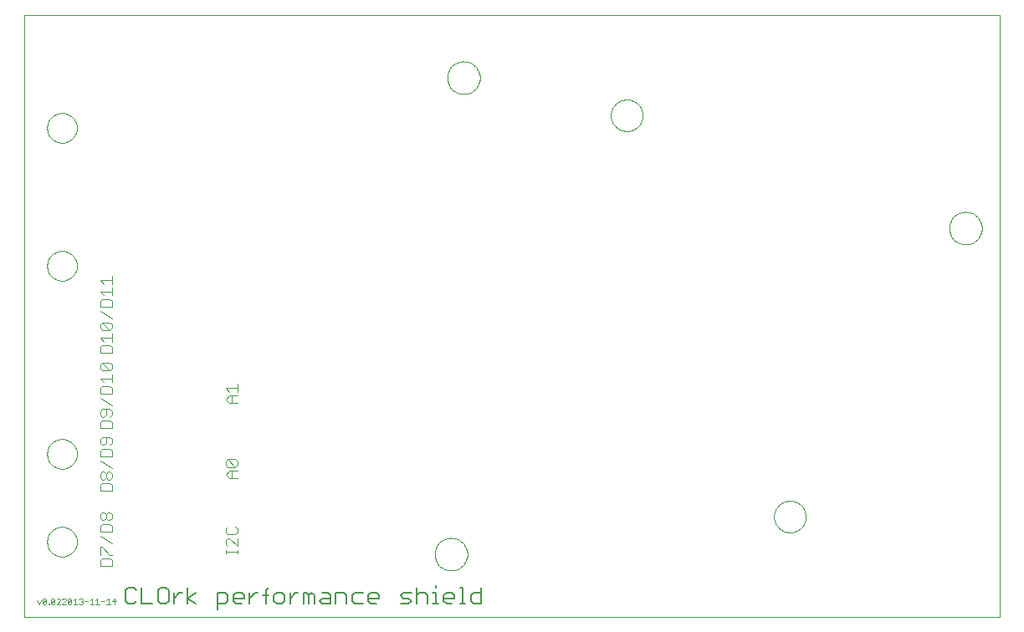
<source format=gto>
G75*
%MOIN*%
%OFA0B0*%
%FSLAX24Y24*%
%IPPOS*%
%LPD*%
%AMOC8*
5,1,8,0,0,1.08239X$1,22.5*
%
%ADD10C,0.0000*%
%ADD11C,0.0060*%
%ADD12C,0.0020*%
%ADD13C,0.0040*%
D10*
X000180Y000180D02*
X000180Y024176D01*
X039050Y024176D01*
X039050Y000180D01*
X000180Y000180D01*
X001089Y003180D02*
X001091Y003228D01*
X001097Y003276D01*
X001107Y003323D01*
X001120Y003369D01*
X001138Y003414D01*
X001158Y003458D01*
X001183Y003500D01*
X001211Y003539D01*
X001241Y003576D01*
X001275Y003610D01*
X001312Y003642D01*
X001350Y003671D01*
X001391Y003696D01*
X001434Y003718D01*
X001479Y003736D01*
X001525Y003750D01*
X001572Y003761D01*
X001620Y003768D01*
X001668Y003771D01*
X001716Y003770D01*
X001764Y003765D01*
X001812Y003756D01*
X001858Y003744D01*
X001903Y003727D01*
X001947Y003707D01*
X001989Y003684D01*
X002029Y003657D01*
X002067Y003627D01*
X002102Y003594D01*
X002134Y003558D01*
X002164Y003520D01*
X002190Y003479D01*
X002212Y003436D01*
X002232Y003392D01*
X002247Y003347D01*
X002259Y003300D01*
X002267Y003252D01*
X002271Y003204D01*
X002271Y003156D01*
X002267Y003108D01*
X002259Y003060D01*
X002247Y003013D01*
X002232Y002968D01*
X002212Y002924D01*
X002190Y002881D01*
X002164Y002840D01*
X002134Y002802D01*
X002102Y002766D01*
X002067Y002733D01*
X002029Y002703D01*
X001989Y002676D01*
X001947Y002653D01*
X001903Y002633D01*
X001858Y002616D01*
X001812Y002604D01*
X001764Y002595D01*
X001716Y002590D01*
X001668Y002589D01*
X001620Y002592D01*
X001572Y002599D01*
X001525Y002610D01*
X001479Y002624D01*
X001434Y002642D01*
X001391Y002664D01*
X001350Y002689D01*
X001312Y002718D01*
X001275Y002750D01*
X001241Y002784D01*
X001211Y002821D01*
X001183Y002860D01*
X001158Y002902D01*
X001138Y002946D01*
X001120Y002991D01*
X001107Y003037D01*
X001097Y003084D01*
X001091Y003132D01*
X001089Y003180D01*
X001089Y006680D02*
X001091Y006728D01*
X001097Y006776D01*
X001107Y006823D01*
X001120Y006869D01*
X001138Y006914D01*
X001158Y006958D01*
X001183Y007000D01*
X001211Y007039D01*
X001241Y007076D01*
X001275Y007110D01*
X001312Y007142D01*
X001350Y007171D01*
X001391Y007196D01*
X001434Y007218D01*
X001479Y007236D01*
X001525Y007250D01*
X001572Y007261D01*
X001620Y007268D01*
X001668Y007271D01*
X001716Y007270D01*
X001764Y007265D01*
X001812Y007256D01*
X001858Y007244D01*
X001903Y007227D01*
X001947Y007207D01*
X001989Y007184D01*
X002029Y007157D01*
X002067Y007127D01*
X002102Y007094D01*
X002134Y007058D01*
X002164Y007020D01*
X002190Y006979D01*
X002212Y006936D01*
X002232Y006892D01*
X002247Y006847D01*
X002259Y006800D01*
X002267Y006752D01*
X002271Y006704D01*
X002271Y006656D01*
X002267Y006608D01*
X002259Y006560D01*
X002247Y006513D01*
X002232Y006468D01*
X002212Y006424D01*
X002190Y006381D01*
X002164Y006340D01*
X002134Y006302D01*
X002102Y006266D01*
X002067Y006233D01*
X002029Y006203D01*
X001989Y006176D01*
X001947Y006153D01*
X001903Y006133D01*
X001858Y006116D01*
X001812Y006104D01*
X001764Y006095D01*
X001716Y006090D01*
X001668Y006089D01*
X001620Y006092D01*
X001572Y006099D01*
X001525Y006110D01*
X001479Y006124D01*
X001434Y006142D01*
X001391Y006164D01*
X001350Y006189D01*
X001312Y006218D01*
X001275Y006250D01*
X001241Y006284D01*
X001211Y006321D01*
X001183Y006360D01*
X001158Y006402D01*
X001138Y006446D01*
X001120Y006491D01*
X001107Y006537D01*
X001097Y006584D01*
X001091Y006632D01*
X001089Y006680D01*
X001089Y014180D02*
X001091Y014228D01*
X001097Y014276D01*
X001107Y014323D01*
X001120Y014369D01*
X001138Y014414D01*
X001158Y014458D01*
X001183Y014500D01*
X001211Y014539D01*
X001241Y014576D01*
X001275Y014610D01*
X001312Y014642D01*
X001350Y014671D01*
X001391Y014696D01*
X001434Y014718D01*
X001479Y014736D01*
X001525Y014750D01*
X001572Y014761D01*
X001620Y014768D01*
X001668Y014771D01*
X001716Y014770D01*
X001764Y014765D01*
X001812Y014756D01*
X001858Y014744D01*
X001903Y014727D01*
X001947Y014707D01*
X001989Y014684D01*
X002029Y014657D01*
X002067Y014627D01*
X002102Y014594D01*
X002134Y014558D01*
X002164Y014520D01*
X002190Y014479D01*
X002212Y014436D01*
X002232Y014392D01*
X002247Y014347D01*
X002259Y014300D01*
X002267Y014252D01*
X002271Y014204D01*
X002271Y014156D01*
X002267Y014108D01*
X002259Y014060D01*
X002247Y014013D01*
X002232Y013968D01*
X002212Y013924D01*
X002190Y013881D01*
X002164Y013840D01*
X002134Y013802D01*
X002102Y013766D01*
X002067Y013733D01*
X002029Y013703D01*
X001989Y013676D01*
X001947Y013653D01*
X001903Y013633D01*
X001858Y013616D01*
X001812Y013604D01*
X001764Y013595D01*
X001716Y013590D01*
X001668Y013589D01*
X001620Y013592D01*
X001572Y013599D01*
X001525Y013610D01*
X001479Y013624D01*
X001434Y013642D01*
X001391Y013664D01*
X001350Y013689D01*
X001312Y013718D01*
X001275Y013750D01*
X001241Y013784D01*
X001211Y013821D01*
X001183Y013860D01*
X001158Y013902D01*
X001138Y013946D01*
X001120Y013991D01*
X001107Y014037D01*
X001097Y014084D01*
X001091Y014132D01*
X001089Y014180D01*
X001089Y019680D02*
X001091Y019728D01*
X001097Y019776D01*
X001107Y019823D01*
X001120Y019869D01*
X001138Y019914D01*
X001158Y019958D01*
X001183Y020000D01*
X001211Y020039D01*
X001241Y020076D01*
X001275Y020110D01*
X001312Y020142D01*
X001350Y020171D01*
X001391Y020196D01*
X001434Y020218D01*
X001479Y020236D01*
X001525Y020250D01*
X001572Y020261D01*
X001620Y020268D01*
X001668Y020271D01*
X001716Y020270D01*
X001764Y020265D01*
X001812Y020256D01*
X001858Y020244D01*
X001903Y020227D01*
X001947Y020207D01*
X001989Y020184D01*
X002029Y020157D01*
X002067Y020127D01*
X002102Y020094D01*
X002134Y020058D01*
X002164Y020020D01*
X002190Y019979D01*
X002212Y019936D01*
X002232Y019892D01*
X002247Y019847D01*
X002259Y019800D01*
X002267Y019752D01*
X002271Y019704D01*
X002271Y019656D01*
X002267Y019608D01*
X002259Y019560D01*
X002247Y019513D01*
X002232Y019468D01*
X002212Y019424D01*
X002190Y019381D01*
X002164Y019340D01*
X002134Y019302D01*
X002102Y019266D01*
X002067Y019233D01*
X002029Y019203D01*
X001989Y019176D01*
X001947Y019153D01*
X001903Y019133D01*
X001858Y019116D01*
X001812Y019104D01*
X001764Y019095D01*
X001716Y019090D01*
X001668Y019089D01*
X001620Y019092D01*
X001572Y019099D01*
X001525Y019110D01*
X001479Y019124D01*
X001434Y019142D01*
X001391Y019164D01*
X001350Y019189D01*
X001312Y019218D01*
X001275Y019250D01*
X001241Y019284D01*
X001211Y019321D01*
X001183Y019360D01*
X001158Y019402D01*
X001138Y019446D01*
X001120Y019491D01*
X001107Y019537D01*
X001097Y019584D01*
X001091Y019632D01*
X001089Y019680D01*
X017030Y021680D02*
X017032Y021730D01*
X017038Y021780D01*
X017048Y021830D01*
X017061Y021878D01*
X017078Y021926D01*
X017099Y021972D01*
X017123Y022016D01*
X017151Y022058D01*
X017182Y022098D01*
X017216Y022135D01*
X017253Y022170D01*
X017292Y022201D01*
X017333Y022230D01*
X017377Y022255D01*
X017423Y022277D01*
X017470Y022295D01*
X017518Y022309D01*
X017567Y022320D01*
X017617Y022327D01*
X017667Y022330D01*
X017718Y022329D01*
X017768Y022324D01*
X017818Y022315D01*
X017866Y022303D01*
X017914Y022286D01*
X017960Y022266D01*
X018005Y022243D01*
X018048Y022216D01*
X018088Y022186D01*
X018126Y022153D01*
X018161Y022117D01*
X018194Y022078D01*
X018223Y022037D01*
X018249Y021994D01*
X018272Y021949D01*
X018291Y021902D01*
X018306Y021854D01*
X018318Y021805D01*
X018326Y021755D01*
X018330Y021705D01*
X018330Y021655D01*
X018326Y021605D01*
X018318Y021555D01*
X018306Y021506D01*
X018291Y021458D01*
X018272Y021411D01*
X018249Y021366D01*
X018223Y021323D01*
X018194Y021282D01*
X018161Y021243D01*
X018126Y021207D01*
X018088Y021174D01*
X018048Y021144D01*
X018005Y021117D01*
X017960Y021094D01*
X017914Y021074D01*
X017866Y021057D01*
X017818Y021045D01*
X017768Y021036D01*
X017718Y021031D01*
X017667Y021030D01*
X017617Y021033D01*
X017567Y021040D01*
X017518Y021051D01*
X017470Y021065D01*
X017423Y021083D01*
X017377Y021105D01*
X017333Y021130D01*
X017292Y021159D01*
X017253Y021190D01*
X017216Y021225D01*
X017182Y021262D01*
X017151Y021302D01*
X017123Y021344D01*
X017099Y021388D01*
X017078Y021434D01*
X017061Y021482D01*
X017048Y021530D01*
X017038Y021580D01*
X017032Y021630D01*
X017030Y021680D01*
X023550Y020180D02*
X023552Y020230D01*
X023558Y020280D01*
X023568Y020329D01*
X023582Y020377D01*
X023599Y020424D01*
X023620Y020469D01*
X023645Y020513D01*
X023673Y020554D01*
X023705Y020593D01*
X023739Y020630D01*
X023776Y020664D01*
X023816Y020694D01*
X023858Y020721D01*
X023902Y020745D01*
X023948Y020766D01*
X023995Y020782D01*
X024043Y020795D01*
X024093Y020804D01*
X024142Y020809D01*
X024193Y020810D01*
X024243Y020807D01*
X024292Y020800D01*
X024341Y020789D01*
X024389Y020774D01*
X024435Y020756D01*
X024480Y020734D01*
X024523Y020708D01*
X024564Y020679D01*
X024603Y020647D01*
X024639Y020612D01*
X024671Y020574D01*
X024701Y020534D01*
X024728Y020491D01*
X024751Y020447D01*
X024770Y020401D01*
X024786Y020353D01*
X024798Y020304D01*
X024806Y020255D01*
X024810Y020205D01*
X024810Y020155D01*
X024806Y020105D01*
X024798Y020056D01*
X024786Y020007D01*
X024770Y019959D01*
X024751Y019913D01*
X024728Y019869D01*
X024701Y019826D01*
X024671Y019786D01*
X024639Y019748D01*
X024603Y019713D01*
X024564Y019681D01*
X024523Y019652D01*
X024480Y019626D01*
X024435Y019604D01*
X024389Y019586D01*
X024341Y019571D01*
X024292Y019560D01*
X024243Y019553D01*
X024193Y019550D01*
X024142Y019551D01*
X024093Y019556D01*
X024043Y019565D01*
X023995Y019578D01*
X023948Y019594D01*
X023902Y019615D01*
X023858Y019639D01*
X023816Y019666D01*
X023776Y019696D01*
X023739Y019730D01*
X023705Y019767D01*
X023673Y019806D01*
X023645Y019847D01*
X023620Y019891D01*
X023599Y019936D01*
X023582Y019983D01*
X023568Y020031D01*
X023558Y020080D01*
X023552Y020130D01*
X023550Y020180D01*
X037030Y015680D02*
X037032Y015730D01*
X037038Y015780D01*
X037048Y015830D01*
X037061Y015878D01*
X037078Y015926D01*
X037099Y015972D01*
X037123Y016016D01*
X037151Y016058D01*
X037182Y016098D01*
X037216Y016135D01*
X037253Y016170D01*
X037292Y016201D01*
X037333Y016230D01*
X037377Y016255D01*
X037423Y016277D01*
X037470Y016295D01*
X037518Y016309D01*
X037567Y016320D01*
X037617Y016327D01*
X037667Y016330D01*
X037718Y016329D01*
X037768Y016324D01*
X037818Y016315D01*
X037866Y016303D01*
X037914Y016286D01*
X037960Y016266D01*
X038005Y016243D01*
X038048Y016216D01*
X038088Y016186D01*
X038126Y016153D01*
X038161Y016117D01*
X038194Y016078D01*
X038223Y016037D01*
X038249Y015994D01*
X038272Y015949D01*
X038291Y015902D01*
X038306Y015854D01*
X038318Y015805D01*
X038326Y015755D01*
X038330Y015705D01*
X038330Y015655D01*
X038326Y015605D01*
X038318Y015555D01*
X038306Y015506D01*
X038291Y015458D01*
X038272Y015411D01*
X038249Y015366D01*
X038223Y015323D01*
X038194Y015282D01*
X038161Y015243D01*
X038126Y015207D01*
X038088Y015174D01*
X038048Y015144D01*
X038005Y015117D01*
X037960Y015094D01*
X037914Y015074D01*
X037866Y015057D01*
X037818Y015045D01*
X037768Y015036D01*
X037718Y015031D01*
X037667Y015030D01*
X037617Y015033D01*
X037567Y015040D01*
X037518Y015051D01*
X037470Y015065D01*
X037423Y015083D01*
X037377Y015105D01*
X037333Y015130D01*
X037292Y015159D01*
X037253Y015190D01*
X037216Y015225D01*
X037182Y015262D01*
X037151Y015302D01*
X037123Y015344D01*
X037099Y015388D01*
X037078Y015434D01*
X037061Y015482D01*
X037048Y015530D01*
X037038Y015580D01*
X037032Y015630D01*
X037030Y015680D01*
X030050Y004180D02*
X030052Y004230D01*
X030058Y004280D01*
X030068Y004329D01*
X030082Y004377D01*
X030099Y004424D01*
X030120Y004469D01*
X030145Y004513D01*
X030173Y004554D01*
X030205Y004593D01*
X030239Y004630D01*
X030276Y004664D01*
X030316Y004694D01*
X030358Y004721D01*
X030402Y004745D01*
X030448Y004766D01*
X030495Y004782D01*
X030543Y004795D01*
X030593Y004804D01*
X030642Y004809D01*
X030693Y004810D01*
X030743Y004807D01*
X030792Y004800D01*
X030841Y004789D01*
X030889Y004774D01*
X030935Y004756D01*
X030980Y004734D01*
X031023Y004708D01*
X031064Y004679D01*
X031103Y004647D01*
X031139Y004612D01*
X031171Y004574D01*
X031201Y004534D01*
X031228Y004491D01*
X031251Y004447D01*
X031270Y004401D01*
X031286Y004353D01*
X031298Y004304D01*
X031306Y004255D01*
X031310Y004205D01*
X031310Y004155D01*
X031306Y004105D01*
X031298Y004056D01*
X031286Y004007D01*
X031270Y003959D01*
X031251Y003913D01*
X031228Y003869D01*
X031201Y003826D01*
X031171Y003786D01*
X031139Y003748D01*
X031103Y003713D01*
X031064Y003681D01*
X031023Y003652D01*
X030980Y003626D01*
X030935Y003604D01*
X030889Y003586D01*
X030841Y003571D01*
X030792Y003560D01*
X030743Y003553D01*
X030693Y003550D01*
X030642Y003551D01*
X030593Y003556D01*
X030543Y003565D01*
X030495Y003578D01*
X030448Y003594D01*
X030402Y003615D01*
X030358Y003639D01*
X030316Y003666D01*
X030276Y003696D01*
X030239Y003730D01*
X030205Y003767D01*
X030173Y003806D01*
X030145Y003847D01*
X030120Y003891D01*
X030099Y003936D01*
X030082Y003983D01*
X030068Y004031D01*
X030058Y004080D01*
X030052Y004130D01*
X030050Y004180D01*
X016530Y002680D02*
X016532Y002730D01*
X016538Y002780D01*
X016548Y002830D01*
X016561Y002878D01*
X016578Y002926D01*
X016599Y002972D01*
X016623Y003016D01*
X016651Y003058D01*
X016682Y003098D01*
X016716Y003135D01*
X016753Y003170D01*
X016792Y003201D01*
X016833Y003230D01*
X016877Y003255D01*
X016923Y003277D01*
X016970Y003295D01*
X017018Y003309D01*
X017067Y003320D01*
X017117Y003327D01*
X017167Y003330D01*
X017218Y003329D01*
X017268Y003324D01*
X017318Y003315D01*
X017366Y003303D01*
X017414Y003286D01*
X017460Y003266D01*
X017505Y003243D01*
X017548Y003216D01*
X017588Y003186D01*
X017626Y003153D01*
X017661Y003117D01*
X017694Y003078D01*
X017723Y003037D01*
X017749Y002994D01*
X017772Y002949D01*
X017791Y002902D01*
X017806Y002854D01*
X017818Y002805D01*
X017826Y002755D01*
X017830Y002705D01*
X017830Y002655D01*
X017826Y002605D01*
X017818Y002555D01*
X017806Y002506D01*
X017791Y002458D01*
X017772Y002411D01*
X017749Y002366D01*
X017723Y002323D01*
X017694Y002282D01*
X017661Y002243D01*
X017626Y002207D01*
X017588Y002174D01*
X017548Y002144D01*
X017505Y002117D01*
X017460Y002094D01*
X017414Y002074D01*
X017366Y002057D01*
X017318Y002045D01*
X017268Y002036D01*
X017218Y002031D01*
X017167Y002030D01*
X017117Y002033D01*
X017067Y002040D01*
X017018Y002051D01*
X016970Y002065D01*
X016923Y002083D01*
X016877Y002105D01*
X016833Y002130D01*
X016792Y002159D01*
X016753Y002190D01*
X016716Y002225D01*
X016682Y002262D01*
X016651Y002302D01*
X016623Y002344D01*
X016599Y002388D01*
X016578Y002434D01*
X016561Y002482D01*
X016548Y002530D01*
X016538Y002580D01*
X016532Y002630D01*
X016530Y002680D01*
D11*
X016563Y001457D02*
X016563Y001351D01*
X016563Y001137D02*
X016456Y001137D01*
X016563Y001137D02*
X016563Y000710D01*
X016456Y000710D02*
X016670Y000710D01*
X016886Y000817D02*
X016886Y001030D01*
X016993Y001137D01*
X017206Y001137D01*
X017313Y001030D01*
X017313Y000924D01*
X016886Y000924D01*
X016886Y000817D02*
X016993Y000710D01*
X017206Y000710D01*
X017531Y000710D02*
X017744Y000710D01*
X017637Y000710D02*
X017637Y001351D01*
X017531Y001351D01*
X017960Y001030D02*
X018067Y001137D01*
X018387Y001137D01*
X018387Y001351D02*
X018387Y000710D01*
X018067Y000710D01*
X017960Y000817D01*
X017960Y001030D01*
X016239Y001030D02*
X016239Y000710D01*
X015812Y000710D02*
X015812Y001351D01*
X015919Y001137D02*
X016132Y001137D01*
X016239Y001030D01*
X015919Y001137D02*
X015812Y001030D01*
X015594Y001137D02*
X015274Y001137D01*
X015167Y001030D01*
X015274Y000924D01*
X015488Y000924D01*
X015594Y000817D01*
X015488Y000710D01*
X015167Y000710D01*
X014305Y000924D02*
X014305Y001030D01*
X014199Y001137D01*
X013985Y001137D01*
X013878Y001030D01*
X013878Y000817D01*
X013985Y000710D01*
X014199Y000710D01*
X014305Y000924D02*
X013878Y000924D01*
X013661Y001137D02*
X013340Y001137D01*
X013234Y001030D01*
X013234Y000817D01*
X013340Y000710D01*
X013661Y000710D01*
X013016Y000710D02*
X013016Y001030D01*
X012909Y001137D01*
X012589Y001137D01*
X012589Y000710D01*
X012372Y000710D02*
X012051Y000710D01*
X011945Y000817D01*
X012051Y000924D01*
X012372Y000924D01*
X012372Y001030D02*
X012372Y000710D01*
X012372Y001030D02*
X012265Y001137D01*
X012051Y001137D01*
X011727Y001030D02*
X011727Y000710D01*
X011514Y000710D02*
X011514Y001030D01*
X011620Y001137D01*
X011727Y001030D01*
X011514Y001030D02*
X011407Y001137D01*
X011300Y001137D01*
X011300Y000710D01*
X010976Y001137D02*
X010763Y000924D01*
X010763Y001137D02*
X010763Y000710D01*
X010545Y000817D02*
X010545Y001030D01*
X010439Y001137D01*
X010225Y001137D01*
X010118Y001030D01*
X010118Y000817D01*
X010225Y000710D01*
X010439Y000710D01*
X010545Y000817D01*
X010976Y001137D02*
X011083Y001137D01*
X009902Y001030D02*
X009689Y001030D01*
X009795Y001244D02*
X009902Y001351D01*
X009795Y001244D02*
X009795Y000710D01*
X009365Y001137D02*
X009152Y000924D01*
X009152Y001137D02*
X009152Y000710D01*
X008934Y000924D02*
X008507Y000924D01*
X008507Y001030D02*
X008507Y000817D01*
X008614Y000710D01*
X008827Y000710D01*
X008934Y000924D02*
X008934Y001030D01*
X008827Y001137D01*
X008614Y001137D01*
X008507Y001030D01*
X008289Y001030D02*
X008289Y000817D01*
X008183Y000710D01*
X007862Y000710D01*
X007862Y000496D02*
X007862Y001137D01*
X008183Y001137D01*
X008289Y001030D01*
X009365Y001137D02*
X009472Y001137D01*
X007001Y001137D02*
X006681Y000924D01*
X007001Y000710D01*
X006681Y000710D02*
X006681Y001351D01*
X006464Y001137D02*
X006357Y001137D01*
X006144Y000924D01*
X006144Y001137D02*
X006144Y000710D01*
X005926Y000817D02*
X005926Y001244D01*
X005819Y001351D01*
X005606Y001351D01*
X005499Y001244D01*
X005499Y000817D01*
X005606Y000710D01*
X005819Y000710D01*
X005926Y000817D01*
X005282Y000710D02*
X004855Y000710D01*
X004855Y001351D01*
X004637Y001244D02*
X004530Y001351D01*
X004317Y001351D01*
X004210Y001244D01*
X004210Y000817D01*
X004317Y000710D01*
X004530Y000710D01*
X004637Y000817D01*
D12*
X003826Y000800D02*
X003679Y000800D01*
X003789Y000910D01*
X003789Y000690D01*
X003605Y000690D02*
X003458Y000690D01*
X003531Y000690D02*
X003531Y000910D01*
X003458Y000837D01*
X003384Y000800D02*
X003237Y000800D01*
X003163Y000690D02*
X003016Y000690D01*
X003089Y000690D02*
X003089Y000910D01*
X003016Y000837D01*
X002942Y000690D02*
X002795Y000690D01*
X002868Y000690D02*
X002868Y000910D01*
X002795Y000837D01*
X002721Y000800D02*
X002574Y000800D01*
X002500Y000763D02*
X002500Y000727D01*
X002463Y000690D01*
X002390Y000690D01*
X002353Y000727D01*
X002279Y000690D02*
X002132Y000690D01*
X002205Y000690D02*
X002205Y000910D01*
X002132Y000837D01*
X002058Y000873D02*
X001911Y000727D01*
X001948Y000690D01*
X002021Y000690D01*
X002058Y000727D01*
X002058Y000873D01*
X002021Y000910D01*
X001948Y000910D01*
X001911Y000873D01*
X001911Y000727D01*
X001837Y000690D02*
X001690Y000690D01*
X001837Y000837D01*
X001837Y000873D01*
X001800Y000910D01*
X001727Y000910D01*
X001690Y000873D01*
X001610Y000873D02*
X001574Y000910D01*
X001500Y000910D01*
X001463Y000873D01*
X001389Y000873D02*
X001242Y000727D01*
X001279Y000690D01*
X001353Y000690D01*
X001389Y000727D01*
X001389Y000873D01*
X001353Y000910D01*
X001279Y000910D01*
X001242Y000873D01*
X001242Y000727D01*
X001169Y000727D02*
X001169Y000690D01*
X001132Y000690D01*
X001132Y000727D01*
X001169Y000727D01*
X001058Y000727D02*
X001021Y000690D01*
X000948Y000690D01*
X000911Y000727D01*
X001058Y000873D01*
X001058Y000727D01*
X001058Y000873D02*
X001021Y000910D01*
X000948Y000910D01*
X000911Y000873D01*
X000911Y000727D01*
X000837Y000837D02*
X000763Y000690D01*
X000690Y000837D01*
X001463Y000690D02*
X001610Y000837D01*
X001610Y000873D01*
X001610Y000690D02*
X001463Y000690D01*
X002353Y000873D02*
X002390Y000910D01*
X002463Y000910D01*
X002500Y000873D01*
X002500Y000837D01*
X002463Y000800D01*
X002500Y000763D01*
X002463Y000800D02*
X002426Y000800D01*
D13*
X003200Y002200D02*
X003200Y002430D01*
X003276Y002507D01*
X003583Y002507D01*
X003660Y002430D01*
X003660Y002200D01*
X003200Y002200D01*
X003200Y002660D02*
X003200Y002967D01*
X003276Y002967D01*
X003583Y002660D01*
X003660Y002660D01*
X003660Y003121D02*
X003200Y003428D01*
X003200Y003581D02*
X003200Y003811D01*
X003276Y003888D01*
X003583Y003888D01*
X003660Y003811D01*
X003660Y003581D01*
X003200Y003581D01*
X003276Y004042D02*
X003353Y004042D01*
X003430Y004118D01*
X003430Y004272D01*
X003507Y004348D01*
X003583Y004348D01*
X003660Y004272D01*
X003660Y004118D01*
X003583Y004042D01*
X003507Y004042D01*
X003430Y004118D01*
X003430Y004272D02*
X003353Y004348D01*
X003276Y004348D01*
X003200Y004272D01*
X003200Y004118D01*
X003276Y004042D01*
X003200Y005200D02*
X003200Y005430D01*
X003276Y005507D01*
X003583Y005507D01*
X003660Y005430D01*
X003660Y005200D01*
X003200Y005200D01*
X003276Y005660D02*
X003353Y005660D01*
X003430Y005737D01*
X003430Y005891D01*
X003507Y005967D01*
X003583Y005967D01*
X003660Y005891D01*
X003660Y005737D01*
X003583Y005660D01*
X003507Y005660D01*
X003430Y005737D01*
X003430Y005891D02*
X003353Y005967D01*
X003276Y005967D01*
X003200Y005891D01*
X003200Y005737D01*
X003276Y005660D01*
X003660Y006121D02*
X003200Y006428D01*
X003200Y006581D02*
X003200Y006811D01*
X003276Y006888D01*
X003583Y006888D01*
X003660Y006811D01*
X003660Y006581D01*
X003200Y006581D01*
X003276Y007042D02*
X003353Y007042D01*
X003430Y007118D01*
X003430Y007348D01*
X003583Y007348D02*
X003276Y007348D01*
X003200Y007272D01*
X003200Y007118D01*
X003276Y007042D01*
X003583Y007042D02*
X003660Y007118D01*
X003660Y007272D01*
X003583Y007348D01*
X003660Y007700D02*
X003200Y007700D01*
X003200Y007930D01*
X003276Y008007D01*
X003583Y008007D01*
X003660Y007930D01*
X003660Y007700D01*
X003583Y008160D02*
X003660Y008237D01*
X003660Y008391D01*
X003583Y008467D01*
X003276Y008467D01*
X003200Y008391D01*
X003200Y008237D01*
X003276Y008160D01*
X003353Y008160D01*
X003430Y008237D01*
X003430Y008467D01*
X003660Y008621D02*
X003200Y008928D01*
X003200Y009081D02*
X003200Y009311D01*
X003276Y009388D01*
X003583Y009388D01*
X003660Y009311D01*
X003660Y009081D01*
X003200Y009081D01*
X003353Y009542D02*
X003200Y009695D01*
X003660Y009695D01*
X003660Y009542D02*
X003660Y009848D01*
X003583Y010002D02*
X003276Y010002D01*
X003200Y010079D01*
X003200Y010232D01*
X003276Y010309D01*
X003583Y010002D01*
X003660Y010079D01*
X003660Y010232D01*
X003583Y010309D01*
X003276Y010309D01*
X003200Y010700D02*
X003200Y010930D01*
X003276Y011007D01*
X003583Y011007D01*
X003660Y010930D01*
X003660Y010700D01*
X003200Y010700D01*
X003353Y011160D02*
X003200Y011314D01*
X003660Y011314D01*
X003660Y011467D02*
X003660Y011160D01*
X003583Y011621D02*
X003276Y011621D01*
X003200Y011698D01*
X003200Y011851D01*
X003276Y011928D01*
X003583Y011621D01*
X003660Y011698D01*
X003660Y011851D01*
X003583Y011928D01*
X003276Y011928D01*
X003660Y012081D02*
X003200Y012388D01*
X003200Y012542D02*
X003200Y012772D01*
X003276Y012848D01*
X003583Y012848D01*
X003660Y012772D01*
X003660Y012542D01*
X003200Y012542D01*
X003353Y013002D02*
X003200Y013155D01*
X003660Y013155D01*
X003660Y013002D02*
X003660Y013309D01*
X003660Y013462D02*
X003660Y013769D01*
X003660Y013616D02*
X003200Y013616D01*
X003353Y013462D01*
X008200Y009314D02*
X008660Y009314D01*
X008660Y009467D02*
X008660Y009160D01*
X008660Y009007D02*
X008353Y009007D01*
X008200Y008853D01*
X008353Y008700D01*
X008660Y008700D01*
X008430Y008700D02*
X008430Y009007D01*
X008353Y009160D02*
X008200Y009314D01*
X008276Y006467D02*
X008200Y006391D01*
X008200Y006237D01*
X008276Y006160D01*
X008583Y006160D01*
X008276Y006467D01*
X008583Y006467D01*
X008660Y006391D01*
X008660Y006237D01*
X008583Y006160D01*
X008660Y006007D02*
X008353Y006007D01*
X008200Y005853D01*
X008353Y005700D01*
X008660Y005700D01*
X008430Y005700D02*
X008430Y006007D01*
X008583Y003774D02*
X008660Y003698D01*
X008660Y003544D01*
X008583Y003467D01*
X008276Y003467D01*
X008200Y003544D01*
X008200Y003698D01*
X008276Y003774D01*
X008276Y003314D02*
X008200Y003237D01*
X008200Y003084D01*
X008276Y003007D01*
X008200Y002853D02*
X008200Y002700D01*
X008200Y002777D02*
X008660Y002777D01*
X008660Y002853D02*
X008660Y002700D01*
X008660Y003007D02*
X008353Y003314D01*
X008276Y003314D01*
X008660Y003314D02*
X008660Y003007D01*
M02*

</source>
